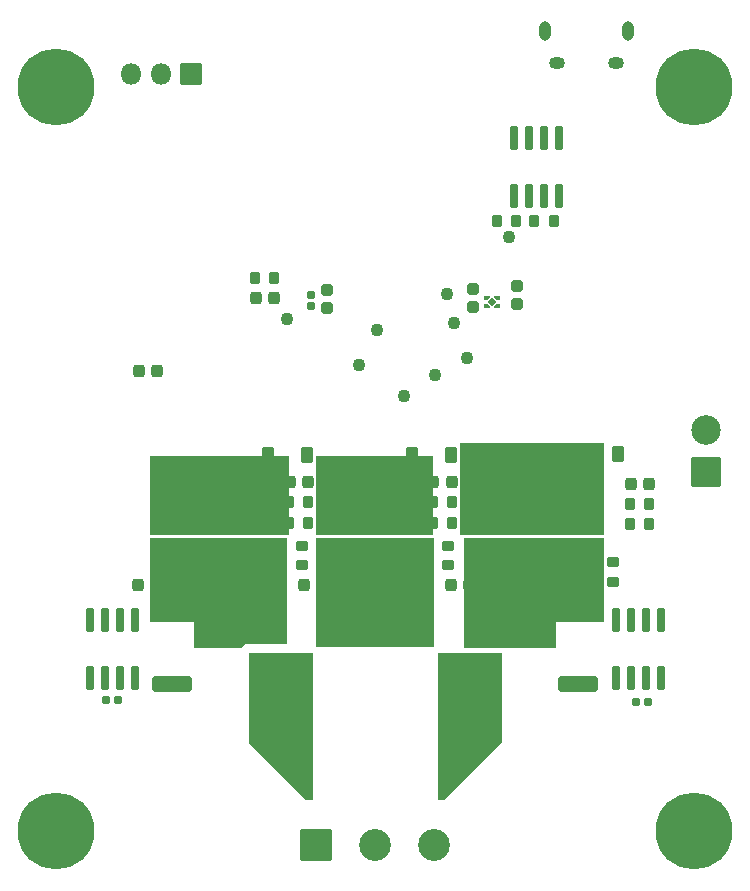
<source format=gbs>
G04 #@! TF.GenerationSoftware,KiCad,Pcbnew,(6.0.2)*
G04 #@! TF.CreationDate,2022-07-31T17:20:07+02:00*
G04 #@! TF.ProjectId,progetto_motor_controller,70726f67-6574-4746-9f5f-6d6f746f725f,rev?*
G04 #@! TF.SameCoordinates,Original*
G04 #@! TF.FileFunction,Soldermask,Bot*
G04 #@! TF.FilePolarity,Negative*
%FSLAX46Y46*%
G04 Gerber Fmt 4.6, Leading zero omitted, Abs format (unit mm)*
G04 Created by KiCad (PCBNEW (6.0.2)) date 2022-07-31 17:20:07*
%MOMM*%
%LPD*%
G01*
G04 APERTURE LIST*
G04 Aperture macros list*
%AMRoundRect*
0 Rectangle with rounded corners*
0 $1 Rounding radius*
0 $2 $3 $4 $5 $6 $7 $8 $9 X,Y pos of 4 corners*
0 Add a 4 corners polygon primitive as box body*
4,1,4,$2,$3,$4,$5,$6,$7,$8,$9,$2,$3,0*
0 Add four circle primitives for the rounded corners*
1,1,$1+$1,$2,$3*
1,1,$1+$1,$4,$5*
1,1,$1+$1,$6,$7*
1,1,$1+$1,$8,$9*
0 Add four rect primitives between the rounded corners*
20,1,$1+$1,$2,$3,$4,$5,0*
20,1,$1+$1,$4,$5,$6,$7,0*
20,1,$1+$1,$6,$7,$8,$9,0*
20,1,$1+$1,$8,$9,$2,$3,0*%
%AMFreePoly0*
4,1,14,0.124905,0.140800,0.304905,-0.034700,0.320000,-0.070500,0.320000,-0.105000,0.305355,-0.140355,0.270000,-0.155000,-0.090000,-0.155000,-0.125355,-0.140355,-0.140000,-0.105000,-0.140000,0.105000,-0.125355,0.140355,-0.090000,0.155000,0.090000,0.155000,0.124905,0.140800,0.124905,0.140800,$1*%
%AMFreePoly1*
4,1,14,0.125355,0.140355,0.140000,0.105000,0.140000,-0.105000,0.125355,-0.140355,0.090000,-0.155000,-0.270000,-0.155000,-0.305355,-0.140355,-0.320000,-0.105000,-0.320000,-0.070500,-0.304905,-0.034700,-0.124905,0.140800,-0.090000,0.155000,0.090000,0.155000,0.125355,0.140355,0.125355,0.140355,$1*%
G04 Aperture macros list end*
%ADD10C,0.000000*%
%ADD11O,1.350000X1.050000*%
%ADD12O,0.990000X1.650000*%
%ADD13C,0.900000*%
%ADD14C,6.500000*%
%ADD15RoundRect,0.050000X1.200000X-1.200000X1.200000X1.200000X-1.200000X1.200000X-1.200000X-1.200000X0*%
%ADD16C,2.500000*%
%ADD17RoundRect,0.050000X-1.300000X-1.300000X1.300000X-1.300000X1.300000X1.300000X-1.300000X1.300000X0*%
%ADD18C,2.700000*%
%ADD19RoundRect,0.050000X-0.850000X0.850000X-0.850000X-0.850000X0.850000X-0.850000X0.850000X0.850000X0*%
%ADD20O,1.800000X1.800000*%
%ADD21C,1.100000*%
%ADD22RoundRect,0.275000X0.225000X0.250000X-0.225000X0.250000X-0.225000X-0.250000X0.225000X-0.250000X0*%
%ADD23RoundRect,0.275000X0.250000X-0.225000X0.250000X0.225000X-0.250000X0.225000X-0.250000X-0.225000X0*%
%ADD24RoundRect,0.300000X1.425000X-0.362500X1.425000X0.362500X-1.425000X0.362500X-1.425000X-0.362500X0*%
%ADD25RoundRect,0.050000X0.450000X0.600000X-0.450000X0.600000X-0.450000X-0.600000X0.450000X-0.600000X0*%
%ADD26RoundRect,0.200000X-0.150000X0.825000X-0.150000X-0.825000X0.150000X-0.825000X0.150000X0.825000X0*%
%ADD27RoundRect,0.250000X-0.200000X-0.275000X0.200000X-0.275000X0.200000X0.275000X-0.200000X0.275000X0*%
%ADD28RoundRect,0.250000X0.200000X0.275000X-0.200000X0.275000X-0.200000X-0.275000X0.200000X-0.275000X0*%
%ADD29RoundRect,0.250000X0.275000X-0.200000X0.275000X0.200000X-0.275000X0.200000X-0.275000X-0.200000X0*%
%ADD30FreePoly0,0.000000*%
%ADD31FreePoly1,180.000000*%
%ADD32FreePoly0,180.000000*%
%ADD33FreePoly1,0.000000*%
%ADD34RoundRect,0.050000X-0.339411X0.000000X0.000000X-0.339411X0.339411X0.000000X0.000000X0.339411X0*%
%ADD35RoundRect,0.200000X0.150000X-0.825000X0.150000X0.825000X-0.150000X0.825000X-0.150000X-0.825000X0*%
%ADD36RoundRect,0.275000X-0.225000X-0.250000X0.225000X-0.250000X0.225000X0.250000X-0.225000X0.250000X0*%
%ADD37RoundRect,0.190000X0.140000X0.170000X-0.140000X0.170000X-0.140000X-0.170000X0.140000X-0.170000X0*%
%ADD38RoundRect,0.190000X-0.140000X-0.170000X0.140000X-0.170000X0.140000X0.170000X-0.140000X0.170000X0*%
%ADD39RoundRect,0.190000X0.170000X-0.140000X0.170000X0.140000X-0.170000X0.140000X-0.170000X-0.140000X0*%
G04 APERTURE END LIST*
D10*
G36*
X135350000Y-120900000D02*
G01*
X123200000Y-120900000D01*
X123200000Y-113150000D01*
X135350000Y-113150000D01*
X135350000Y-120900000D01*
G37*
G36*
X108700000Y-120900000D02*
G01*
X96950000Y-120900000D01*
X96950000Y-114250000D01*
X108700000Y-114250000D01*
X108700000Y-120900000D01*
G37*
G36*
X110700000Y-143350000D02*
G01*
X110150000Y-143350000D01*
X105300000Y-138500000D01*
X105300000Y-130900000D01*
X110700000Y-130900000D01*
X110700000Y-143350000D01*
G37*
G36*
X126700000Y-138550000D02*
G01*
X121850000Y-143350000D01*
X121300000Y-143350000D01*
X121300000Y-130900000D01*
X126700000Y-130900000D01*
X126700000Y-138550000D01*
G37*
G36*
X121000000Y-130400000D02*
G01*
X111000000Y-130400000D01*
X111000000Y-121150000D01*
X121000000Y-121150000D01*
X121000000Y-130400000D01*
G37*
G36*
X108550000Y-130150000D02*
G01*
X104950000Y-130150000D01*
X104675000Y-130450000D01*
X100650000Y-130450000D01*
X100650000Y-128250000D01*
X96950000Y-128250000D01*
X96950000Y-121150000D01*
X108550006Y-121149167D01*
X108550000Y-130150000D01*
G37*
G36*
X135350000Y-121157530D02*
G01*
X135350029Y-128250001D01*
X131300000Y-128250000D01*
X131300000Y-130454774D01*
X123500000Y-130449921D01*
X123496304Y-121152007D01*
X135350000Y-121157530D01*
G37*
G36*
X120900000Y-120900000D02*
G01*
X111000000Y-120900000D01*
X111000000Y-114250000D01*
X120900000Y-114250000D01*
X120900000Y-120900000D01*
G37*
D11*
X136400000Y-80950000D03*
D12*
X130400000Y-78250000D03*
D11*
X131400000Y-80950000D03*
D12*
X137400000Y-78250000D03*
D13*
X87302944Y-144302944D03*
X89000000Y-143600000D03*
X91400000Y-146000000D03*
X90697056Y-147697056D03*
X87302944Y-147697056D03*
X89000000Y-148400000D03*
X86600000Y-146000000D03*
D14*
X89000000Y-146000000D03*
D13*
X90697056Y-144302944D03*
D15*
X144000000Y-115550000D03*
D16*
X144000000Y-112050000D03*
D17*
X111000000Y-147150000D03*
D18*
X116000000Y-147150000D03*
X121000000Y-147150000D03*
D19*
X100450000Y-81900000D03*
D20*
X97910000Y-81900000D03*
X95370000Y-81900000D03*
D13*
X141302944Y-144302944D03*
X144697056Y-144302944D03*
X143000000Y-143600000D03*
X141302944Y-147697056D03*
D14*
X143000000Y-146000000D03*
D13*
X140600000Y-146000000D03*
X145400000Y-146000000D03*
X144697056Y-147697056D03*
X143000000Y-148400000D03*
X141302944Y-84697056D03*
X141302944Y-81302944D03*
X143000000Y-80600000D03*
X144697056Y-81302944D03*
X143000000Y-85400000D03*
D14*
X143000000Y-83000000D03*
D13*
X140600000Y-83000000D03*
X144697056Y-84697056D03*
X145400000Y-83000000D03*
X90697056Y-84697056D03*
X89000000Y-80600000D03*
X90697056Y-81302944D03*
D14*
X89000000Y-83000000D03*
D13*
X91400000Y-83000000D03*
X89000000Y-85400000D03*
X86600000Y-83000000D03*
X87302944Y-81302944D03*
X87302944Y-84697056D03*
D21*
X108550000Y-102650000D03*
D22*
X122475000Y-116400000D03*
X120925000Y-116400000D03*
D21*
X122650000Y-102950000D03*
D23*
X128000000Y-101375000D03*
X128000000Y-99825000D03*
D24*
X98800000Y-133512500D03*
X98800000Y-127587500D03*
D22*
X123975000Y-125150000D03*
X122425000Y-125150000D03*
D25*
X110250000Y-114150000D03*
X106950000Y-114150000D03*
X136550000Y-114050000D03*
X133250000Y-114050000D03*
D23*
X111900000Y-101725000D03*
X111900000Y-100175000D03*
D26*
X136395000Y-128075000D03*
X137665000Y-128075000D03*
X138935000Y-128075000D03*
X140205000Y-128075000D03*
X140205000Y-133025000D03*
X138935000Y-133025000D03*
X137665000Y-133025000D03*
X136395000Y-133025000D03*
D27*
X105825000Y-99150000D03*
X107475000Y-99150000D03*
D28*
X122525000Y-119900000D03*
X120875000Y-119900000D03*
D21*
X114650000Y-106500000D03*
X122100000Y-100500000D03*
D27*
X129475000Y-94350000D03*
X131125000Y-94350000D03*
D22*
X139175000Y-116550000D03*
X137625000Y-116550000D03*
X111550000Y-125150000D03*
X110000000Y-125150000D03*
D29*
X109800000Y-123475000D03*
X109800000Y-121825000D03*
D27*
X126275000Y-94350000D03*
X127925000Y-94350000D03*
D21*
X127300000Y-95650000D03*
D28*
X110325000Y-119900000D03*
X108675000Y-119900000D03*
D23*
X124300000Y-101600000D03*
X124300000Y-100050000D03*
D30*
X125380000Y-101525000D03*
D31*
X125380000Y-100875000D03*
D32*
X126420000Y-100875000D03*
D33*
X126420000Y-101525000D03*
D34*
X125900000Y-101200000D03*
D21*
X121050000Y-107350000D03*
D27*
X137575000Y-119950000D03*
X139225000Y-119950000D03*
D28*
X122525000Y-118150000D03*
X120875000Y-118150000D03*
D24*
X133200000Y-133512500D03*
X133200000Y-127587500D03*
D29*
X122150000Y-123475000D03*
X122150000Y-121825000D03*
D35*
X131605000Y-92225000D03*
X130335000Y-92225000D03*
X129065000Y-92225000D03*
X127795000Y-92225000D03*
X127795000Y-87275000D03*
X129065000Y-87275000D03*
X130335000Y-87275000D03*
X131605000Y-87275000D03*
D36*
X95975000Y-107000000D03*
X97525000Y-107000000D03*
D21*
X116150000Y-103550000D03*
X118400000Y-109100000D03*
D37*
X139080000Y-135050000D03*
X138120000Y-135050000D03*
D38*
X93240000Y-134900000D03*
X94200000Y-134900000D03*
D29*
X136100000Y-124875000D03*
X136100000Y-123225000D03*
D26*
X91895000Y-128075000D03*
X93165000Y-128075000D03*
X94435000Y-128075000D03*
X95705000Y-128075000D03*
X95705000Y-133025000D03*
X94435000Y-133025000D03*
X93165000Y-133025000D03*
X91895000Y-133025000D03*
D22*
X110300000Y-116400000D03*
X108750000Y-116400000D03*
D21*
X123800000Y-105950000D03*
D28*
X110325000Y-118150000D03*
X108675000Y-118150000D03*
D25*
X122450000Y-114150000D03*
X119150000Y-114150000D03*
D22*
X107425000Y-100800000D03*
X105875000Y-100800000D03*
D39*
X110600000Y-101530000D03*
X110600000Y-100570000D03*
D22*
X97475000Y-125150000D03*
X95925000Y-125150000D03*
D27*
X137575000Y-118250000D03*
X139225000Y-118250000D03*
M02*

</source>
